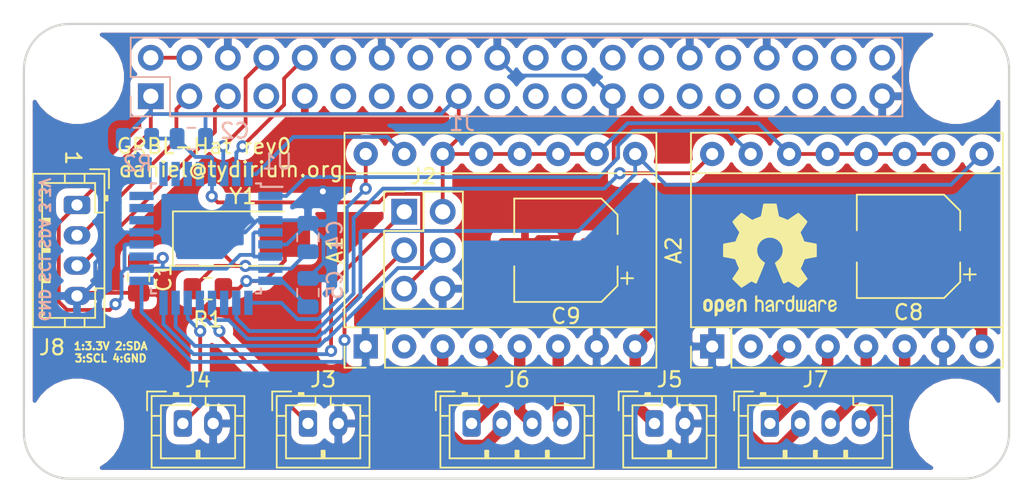
<source format=kicad_pcb>
(kicad_pcb (version 20171130) (host pcbnew "(5.1.5-0-10_14)")
  (title_block (title "Raspberry Pi Zero (W) uHAT Template Board") (date 2019-02-28) (rev 1.0) (comment 1 "This PCB design is licensed under MIT Open Source License."))
  (layers (0 F.Cu signal) (31 B.Cu signal) (34 B.Paste user) (35 F.Paste user hide) (36 B.SilkS user) (37 F.SilkS user) (38 B.Mask user) (39 F.Mask user) (44 Edge.Cuts user))
  (net 0 "")
  (net 1 +3V3)
  (net 2 +5V)
  (net 3 GND)
  (net 4 /GPIO4_GPIO_GCLK)
  (net 5 /GPIO17_GEN0)
  (net 6 /GPIO18_GEN1)
  (net 7 /GPIO27_GEN2)
  (net 8 /GPIO22_GEN3)
  (net 9 /GPIO23_GEN4)
  (net 10 /GPIO24_GEN5)
  (net 11 /GPIO10_SPI_MOSI)
  (net 12 /GPIO9_SPI_MISO)
  (net 13 /GPIO25_GEN6)
  (net 14 /GPIO11_SPI_SCLK)
  (net 15 /GPIO8_SPI_CE0_N)
  (net 16 /GPIO7_SPI_CE1_N)
  (net 17 /ID_SD)
  (net 18 /ID_SC)
  (net 19 /GPIO5)
  (net 20 /GPIO6)
  (net 21 /GPIO12)
  (net 22 /GPIO13)
  (net 23 /GPIO19)
  (net 24 /GPIO16)
  (net 25 /GPIO26)
  (net 26 /GPIO20)
  (net 27 /GPIO21)
  (net 28 DIRX)
  (net 29 "Net-(A1-Pad8)")
  (net 30 STEPX)
  (net 31 "Net-(A1-Pad6)")
  (net 32 "Net-(A1-Pad5)")
  (net 33 "Net-(A1-Pad4)")
  (net 34 "Net-(A1-Pad3)")
  (net 35 "Net-(A1-Pad2)")
  (net 36 EN)
  (net 37 "Net-(A2-Pad2)")
  (net 38 "Net-(A2-Pad3)")
  (net 39 "Net-(A2-Pad4)")
  (net 40 "Net-(A2-Pad5)")
  (net 41 "Net-(A2-Pad6)")
  (net 42 STEPY)
  (net 43 DIRY)
  (net 44 RESET)
  (net 45 "Net-(C4-Pad2)")
  (net 46 "Net-(C5-Pad2)")
  (net 47 RXD)
  (net 48 TXD)
  (net 49 MISO)
  (net 50 SCK)
  (net 51 MOSI)
  (net 52 LIMITX)
  (net 53 LIMITY)
  (net 54 "Net-(U1-Pad2)")
  (net 55 "Net-(U1-Pad11)")
  (net 56 "Net-(U1-Pad19)")
  (net 57 "Net-(U1-Pad22)")
  (net 58 "Net-(U1-Pad23)")
  (net 59 "Net-(U1-Pad24)")
  (net 60 "Net-(U1-Pad25)")
  (net 61 "Net-(U1-Pad26)")
  (net 62 "Net-(U1-Pad27)")
  (net 63 "Net-(U1-Pad28)")
  (net 64 SDA)
  (net 65 SCL)
  (module Symbol:OSHW-Logo2_9.8x8mm_SilkScreen (layer F.Cu) (at 166.752 106.633)
    (fp_text reference REF** hide)
    (fp_text value OSHW-Logo2_9.8x8mm_SilkScreen hide)
  )
  (module Capacitor_SMD:CP_Elec_6.3x7.7 (layer F.Cu) (at 153.29 105.998 180)
    (fp_text reference C9 (at 0 -4.35) (layer F.SilkS))
    (fp_text value 100u)
    (pad 1 smd roundrect (at -2.7 0 180) (size 3.5 1.6) (layers F.Cu F.Paste F.Mask) (roundrect_rratio 0.15625) (net 29 "Net-(A1-Pad8)"))
    (pad 2 smd roundrect (at 2.7 0 180) (size 3.5 1.6) (layers F.Cu F.Paste F.Mask) (roundrect_rratio 0.15625) (net 3 GND))
  )
  (module Module:Pololu_Breakout-16_15.2x20.3mm (layer F.Cu) (at 140.082 112.348 90)
    (fp_text reference A1 (at 6.35 -2.032 90) (layer F.SilkS))
    (fp_text value X-axis)
    (pad 16 thru_hole oval (at 12.7 0 90) (size 1.6 1.6) (drill 0.8) (layers *.Cu *.Mask) (net 28 DIRX))
    (pad 8 thru_hole oval (at 0 17.78 90) (size 1.6 1.6) (drill 0.8) (layers *.Cu *.Mask) (net 29 "Net-(A1-Pad8)"))
    (pad 15 thru_hole oval (at 12.7 2.54 90) (size 1.6 1.6) (drill 0.8) (layers *.Cu *.Mask) (net 30 STEPX))
    (pad 7 thru_hole oval (at 0 15.24 90) (size 1.6 1.6) (drill 0.8) (layers *.Cu *.Mask) (net 3 GND))
    (pad 14 thru_hole oval (at 12.7 5.08 90) (size 1.6 1.6) (drill 0.8) (layers *.Cu *.Mask) (net 1 +3V3))
    (pad 6 thru_hole oval (at 0 12.7 90) (size 1.6 1.6) (drill 0.8) (layers *.Cu *.Mask) (net 31 "Net-(A1-Pad6)"))
    (pad 13 thru_hole oval (at 12.7 7.62 90) (size 1.6 1.6) (drill 0.8) (layers *.Cu *.Mask) (net 1 +3V3))
    (pad 5 thru_hole oval (at 0 10.16 90) (size 1.6 1.6) (drill 0.8) (layers *.Cu *.Mask) (net 32 "Net-(A1-Pad5)"))
    (pad 12 thru_hole oval (at 12.7 10.16 90) (size 1.6 1.6) (drill 0.8) (layers *.Cu *.Mask) (net 1 +3V3))
    (pad 4 thru_hole oval (at 0 7.62 90) (size 1.6 1.6) (drill 0.8) (layers *.Cu *.Mask) (net 33 "Net-(A1-Pad4)"))
    (pad 11 thru_hole oval (at 12.7 12.7 90) (size 1.6 1.6) (drill 0.8) (layers *.Cu *.Mask) (net 1 +3V3))
    (pad 3 thru_hole oval (at 0 5.08 90) (size 1.6 1.6) (drill 0.8) (layers *.Cu *.Mask) (net 34 "Net-(A1-Pad3)"))
    (pad 10 thru_hole oval (at 12.7 15.24 90) (size 1.6 1.6) (drill 0.8) (layers *.Cu *.Mask) (net 1 +3V3))
    (pad 2 thru_hole oval (at 0 2.54 90) (size 1.6 1.6) (drill 0.8) (layers *.Cu *.Mask) (net 35 "Net-(A1-Pad2)"))
    (pad 9 thru_hole oval (at 12.7 17.78 90) (size 1.6 1.6) (drill 0.8) (layers *.Cu *.Mask) (net 36 EN))
    (pad 1 thru_hole rect (at 0 0 90) (size 1.6 1.6) (drill 0.8) (layers *.Cu *.Mask) (net 3 GND))
  )
  (module Connector_PinHeader_2.54mm:PinHeader_2x03_P2.54mm_Vertical (layer F.Cu) (at 142.622 103.458)
    (fp_text reference J2 (at 1.27 -2.33) (layer F.SilkS))
    (fp_text value ISP)
    (pad 1 thru_hole rect (at 0 0) (size 1.7 1.7) (drill 1) (layers *.Cu *.Mask) (net 49 MISO))
    (pad 2 thru_hole oval (at 2.54 0) (size 1.7 1.7) (drill 1) (layers *.Cu *.Mask) (net 1 +3V3))
    (pad 3 thru_hole oval (at 0 2.54) (size 1.7 1.7) (drill 1) (layers *.Cu *.Mask) (net 50 SCK))
    (pad 4 thru_hole oval (at 2.54 2.54) (size 1.7 1.7) (drill 1) (layers *.Cu *.Mask) (net 51 MOSI))
    (pad 5 thru_hole oval (at 0 5.08) (size 1.7 1.7) (drill 1) (layers *.Cu *.Mask) (net 44 RESET))
    (pad 6 thru_hole oval (at 2.54 5.08) (size 1.7 1.7) (drill 1) (layers *.Cu *.Mask) (net 3 GND))
  )
  (module Module:Pololu_Breakout-16_15.2x20.3mm (layer F.Cu) (at 162.942 112.348 90)
    (fp_text reference A2 (at 6.35 -2.54 90) (layer F.SilkS))
    (fp_text value Y-axis)
    (pad 1 thru_hole rect (at 0 0 90) (size 1.6 1.6) (drill 0.8) (layers *.Cu *.Mask) (net 3 GND))
    (pad 9 thru_hole oval (at 12.7 17.78 90) (size 1.6 1.6) (drill 0.8) (layers *.Cu *.Mask) (net 36 EN))
    (pad 2 thru_hole oval (at 0 2.54 90) (size 1.6 1.6) (drill 0.8) (layers *.Cu *.Mask) (net 37 "Net-(A2-Pad2)"))
    (pad 10 thru_hole oval (at 12.7 15.24 90) (size 1.6 1.6) (drill 0.8) (layers *.Cu *.Mask) (net 1 +3V3))
    (pad 3 thru_hole oval (at 0 5.08 90) (size 1.6 1.6) (drill 0.8) (layers *.Cu *.Mask) (net 38 "Net-(A2-Pad3)"))
    (pad 11 thru_hole oval (at 12.7 12.7 90) (size 1.6 1.6) (drill 0.8) (layers *.Cu *.Mask) (net 1 +3V3))
    (pad 4 thru_hole oval (at 0 7.62 90) (size 1.6 1.6) (drill 0.8) (layers *.Cu *.Mask) (net 39 "Net-(A2-Pad4)"))
    (pad 12 thru_hole oval (at 12.7 10.16 90) (size 1.6 1.6) (drill 0.8) (layers *.Cu *.Mask) (net 1 +3V3))
    (pad 5 thru_hole oval (at 0 10.16 90) (size 1.6 1.6) (drill 0.8) (layers *.Cu *.Mask) (net 40 "Net-(A2-Pad5)"))
    (pad 13 thru_hole oval (at 12.7 7.62 90) (size 1.6 1.6) (drill 0.8) (layers *.Cu *.Mask) (net 1 +3V3))
    (pad 6 thru_hole oval (at 0 12.7 90) (size 1.6 1.6) (drill 0.8) (layers *.Cu *.Mask) (net 41 "Net-(A2-Pad6)"))
    (pad 14 thru_hole oval (at 12.7 5.08 90) (size 1.6 1.6) (drill 0.8) (layers *.Cu *.Mask) (net 1 +3V3))
    (pad 7 thru_hole oval (at 0 15.24 90) (size 1.6 1.6) (drill 0.8) (layers *.Cu *.Mask) (net 3 GND))
    (pad 15 thru_hole oval (at 12.7 2.54 90) (size 1.6 1.6) (drill 0.8) (layers *.Cu *.Mask) (net 42 STEPY))
    (pad 8 thru_hole oval (at 0 17.78 90) (size 1.6 1.6) (drill 0.8) (layers *.Cu *.Mask) (net 29 "Net-(A1-Pad8)"))
    (pad 16 thru_hole oval (at 12.7 0 90) (size 1.6 1.6) (drill 0.8) (layers *.Cu *.Mask) (net 43 DIRY))
  )
  (module Connector_JST:JST_PH_B4B-PH-K_1x04_P2.00mm_Vertical (layer F.Cu) (at 147.067 117.428)
    (fp_text reference J6 (at 3 -2.9) (layer F.SilkS))
    (fp_text value MOTOR_X)
    (pad 4 thru_hole oval (at 6 0) (size 1.2 1.75) (drill 0.75) (layers *.Cu *.Mask) (net 31 "Net-(A1-Pad6)"))
    (pad 3 thru_hole oval (at 4 0) (size 1.2 1.75) (drill 0.75) (layers *.Cu *.Mask) (net 32 "Net-(A1-Pad5)"))
    (pad 2 thru_hole oval (at 2 0) (size 1.2 1.75) (drill 0.75) (layers *.Cu *.Mask) (net 34 "Net-(A1-Pad3)"))
    (pad 1 thru_hole roundrect (at 0 0) (size 1.2 1.75) (drill 0.75) (layers *.Cu *.Mask) (roundrect_rratio 0.208333) (net 33 "Net-(A1-Pad4)"))
  )
  (module lib:PinSocket_2x20_P2.54mm_Vertical_Centered_Anchor (layer B.Cu) (at 125.902 95.838 270)
    (fp_text reference J1 (at 1.778 -20.53) (layer B.SilkS) (effects (justify mirror)))
    (fp_text value GPIO_CONNECTOR)
    (pad 1 thru_hole rect (at 0 0 270) (size 1.7 1.7) (drill 1) (layers *.Cu *.Mask) (net 1 +3V3))
    (pad 2 thru_hole oval (at -2.54 0 270) (size 1.7 1.7) (drill 1) (layers *.Cu *.Mask) (net 2 +5V))
    (pad 3 thru_hole oval (at 0 -2.54 270) (size 1.7 1.7) (drill 1) (layers *.Cu *.Mask) (net 64 SDA))
    (pad 4 thru_hole oval (at -2.54 -2.54 270) (size 1.7 1.7) (drill 1) (layers *.Cu *.Mask) (net 2 +5V))
    (pad 5 thru_hole oval (at 0 -5.08 270) (size 1.7 1.7) (drill 1) (layers *.Cu *.Mask) (net 65 SCL))
    (pad 6 thru_hole oval (at -2.54 -5.08 270) (size 1.7 1.7) (drill 1) (layers *.Cu *.Mask) (net 3 GND))
    (pad 7 thru_hole oval (at 0 -7.62 270) (size 1.7 1.7) (drill 1) (layers *.Cu *.Mask) (net 4 /GPIO4_GPIO_GCLK))
    (pad 8 thru_hole oval (at -2.54 -7.62 270) (size 1.7 1.7) (drill 1) (layers *.Cu *.Mask) (net 47 RXD))
    (pad 9 thru_hole oval (at 0 -10.16 270) (size 1.7 1.7) (drill 1) (layers *.Cu *.Mask) (net 3 GND))
    (pad 10 thru_hole oval (at -2.54 -10.16 270) (size 1.7 1.7) (drill 1) (layers *.Cu *.Mask) (net 48 TXD))
    (pad 11 thru_hole oval (at 0 -12.7 270) (size 1.7 1.7) (drill 1) (layers *.Cu *.Mask) (net 5 /GPIO17_GEN0))
    (pad 12 thru_hole oval (at -2.54 -12.7 270) (size 1.7 1.7) (drill 1) (layers *.Cu *.Mask) (net 6 /GPIO18_GEN1))
    (pad 13 thru_hole oval (at 0 -15.24 270) (size 1.7 1.7) (drill 1) (layers *.Cu *.Mask) (net 7 /GPIO27_GEN2))
    (pad 14 thru_hole oval (at -2.54 -15.24 270) (size 1.7 1.7) (drill 1) (layers *.Cu *.Mask) (net 3 GND))
    (pad 15 thru_hole oval (at 0 -17.78 270) (size 1.7 1.7) (drill 1) (layers *.Cu *.Mask) (net 8 /GPIO22_GEN3))
    (pad 16 thru_hole oval (at -2.54 -17.78 270) (size 1.7 1.7) (drill 1) (layers *.Cu *.Mask) (net 9 /GPIO23_GEN4))
    (pad 17 thru_hole oval (at 0 -20.32 270) (size 1.7 1.7) (drill 1) (layers *.Cu *.Mask) (net 1 +3V3))
    (pad 18 thru_hole oval (at -2.54 -20.32 270) (size 1.7 1.7) (drill 1) (layers *.Cu *.Mask) (net 10 /GPIO24_GEN5))
    (pad 19 thru_hole oval (at 0 -22.86 270) (size 1.7 1.7) (drill 1) (layers *.Cu *.Mask) (net 11 /GPIO10_SPI_MOSI))
    (pad 20 thru_hole oval (at -2.54 -22.86 270) (size 1.7 1.7) (drill 1) (layers *.Cu *.Mask) (net 3 GND))
    (pad 21 thru_hole oval (at 0 -25.4 270) (size 1.7 1.7) (drill 1) (layers *.Cu *.Mask) (net 12 /GPIO9_SPI_MISO))
    (pad 22 thru_hole oval (at -2.54 -25.4 270) (size 1.7 1.7) (drill 1) (layers *.Cu *.Mask) (net 13 /GPIO25_GEN6))
    (pad 23 thru_hole oval (at 0 -27.94 270) (size 1.7 1.7) (drill 1) (layers *.Cu *.Mask) (net 14 /GPIO11_SPI_SCLK))
    (pad 24 thru_hole oval (at -2.54 -27.94 270) (size 1.7 1.7) (drill 1) (layers *.Cu *.Mask) (net 15 /GPIO8_SPI_CE0_N))
    (pad 25 thru_hole oval (at 0 -30.48 270) (size 1.7 1.7) (drill 1) (layers *.Cu *.Mask) (net 3 GND))
    (pad 26 thru_hole oval (at -2.54 -30.48 270) (size 1.7 1.7) (drill 1) (layers *.Cu *.Mask) (net 16 /GPIO7_SPI_CE1_N))
    (pad 27 thru_hole oval (at 0 -33.02 270) (size 1.7 1.7) (drill 1) (layers *.Cu *.Mask) (net 17 /ID_SD))
    (pad 28 thru_hole oval (at -2.54 -33.02 270) (size 1.7 1.7) (drill 1) (layers *.Cu *.Mask) (net 18 /ID_SC))
    (pad 29 thru_hole oval (at 0 -35.56 270) (size 1.7 1.7) (drill 1) (layers *.Cu *.Mask) (net 19 /GPIO5))
    (pad 30 thru_hole oval (at -2.54 -35.56 270) (size 1.7 1.7) (drill 1) (layers *.Cu *.Mask) (net 3 GND))
    (pad 31 thru_hole oval (at 0 -38.1 270) (size 1.7 1.7) (drill 1) (layers *.Cu *.Mask) (net 20 /GPIO6))
    (pad 32 thru_hole oval (at -2.54 -38.1 270) (size 1.7 1.7) (drill 1) (layers *.Cu *.Mask) (net 21 /GPIO12))
    (pad 33 thru_hole oval (at 0 -40.64 270) (size 1.7 1.7) (drill 1) (layers *.Cu *.Mask) (net 22 /GPIO13))
    (pad 34 thru_hole oval (at -2.54 -40.64 270) (size 1.7 1.7) (drill 1) (layers *.Cu *.Mask) (net 3 GND))
    (pad 35 thru_hole oval (at 0 -43.18 270) (size 1.7 1.7) (drill 1) (layers *.Cu *.Mask) (net 23 /GPIO19))
    (pad 36 thru_hole oval (at -2.54 -43.18 270) (size 1.7 1.7) (drill 1) (layers *.Cu *.Mask) (net 24 /GPIO16))
    (pad 37 thru_hole oval (at 0 -45.72 270) (size 1.7 1.7) (drill 1) (layers *.Cu *.Mask) (net 25 /GPIO26))
    (pad 38 thru_hole oval (at -2.54 -45.72 270) (size 1.7 1.7) (drill 1) (layers *.Cu *.Mask) (net 26 /GPIO20))
    (pad 39 thru_hole oval (at 0 -48.26 270) (size 1.7 1.7) (drill 1) (layers *.Cu *.Mask) (net 3 GND))
    (pad 40 thru_hole oval (at -2.54 -48.26 270) (size 1.7 1.7) (drill 1) (layers *.Cu *.Mask) (net 27 /GPIO21))
  )
  (module lib:MountingHole_2.7mm_M2.5_uHAT_RPi (layer F.Cu) (at 121.032 94.568)
    (fp_text reference H1 hide)
    (fp_text value MountingHole hide)
    (pad "" np_thru_hole circle (at 0 0) (size 2.7 2.7) (drill 2.7) (layers *.Cu *.Mask) (clearance 1.75))
  )
  (module lib:MountingHole_2.7mm_M2.5_uHAT_RPi (layer F.Cu) (at 179.032 94.568)
    (fp_text reference H2 hide)
    (fp_text value MountingHole hide)
    (pad "" np_thru_hole circle (at 0 0) (size 2.7 2.7) (drill 2.7) (layers *.Cu *.Mask) (clearance 1.75))
  )
  (module lib:MountingHole_2.7mm_M2.5_uHAT_RPi (layer F.Cu) (at 179.032 117.568)
    (fp_text reference H3 hide)
    (fp_text value MountingHole hide)
    (pad "" np_thru_hole circle (at 0 0) (size 2.7 2.7) (drill 2.7) (layers *.Cu *.Mask) (clearance 1.75))
  )
  (module lib:MountingHole_2.7mm_M2.5_uHAT_RPi (layer F.Cu) (at 121.032 117.568)
    (fp_text reference H4 hide)
    (fp_text value MountingHole hide)
    (pad "" np_thru_hole circle (at 0 0) (size 2.7 2.7) (drill 2.7) (layers *.Cu *.Mask) (clearance 1.75))
  )
  (module Capacitor_SMD:C_0805_2012Metric (layer B.Cu) (at 128.5735 98.632 180)
    (fp_text reference C2 (at -2.8725 0.508) (layer B.SilkS) (effects (justify mirror)))
    (fp_text value 100n)
    (pad 2 smd roundrect (at 0.9375 0 180) (size 0.975 1.4) (layers B.Cu B.Paste B.Mask) (net 44 RESET))
    (pad 1 smd roundrect (at -0.9375 0 180) (size 0.975 1.4) (layers B.Cu B.Paste B.Mask) (net 1 +3V3))
  )
  (module Capacitor_SMD:C_0805_2012Metric (layer B.Cu) (at 136.272 105.1575 270)
    (fp_text reference C4 (at -0.1755 -1.778 90) (layer B.SilkS) (effects (justify mirror)))
    (fp_text value 33p)
    (pad 1 smd roundrect (at -0.9375 0 270) (size 0.975 1.4) (layers B.Cu B.Paste B.Mask) (net 3 GND))
    (pad 2 smd roundrect (at 0.9375 0 270) (size 0.975 1.4) (layers B.Cu B.Paste B.Mask) (net 45 "Net-(C4-Pad2)"))
  )
  (module Capacitor_SMD:C_0805_2012Metric (layer B.Cu) (at 136.272 108.792 270)
    (fp_text reference C5 (at -0.508 -1.778 270) (layer B.SilkS) (effects (justify mirror)))
    (fp_text value 33p)
    (pad 2 smd roundrect (at 0.9375 0 270) (size 0.975 1.4) (layers B.Cu B.Paste B.Mask) (net 46 "Net-(C5-Pad2)"))
    (pad 1 smd roundrect (at -0.9375 0 270) (size 0.975 1.4) (layers B.Cu B.Paste B.Mask) (net 3 GND))
  )
  (module Capacitor_SMD:CP_Elec_6.3x7.7 (layer F.Cu) (at 175.896 105.744 180)
    (fp_text reference C8 (at 0 -4.35) (layer F.SilkS))
    (fp_text value 100u)
    (pad 1 smd roundrect (at -2.7 0 180) (size 3.5 1.6) (layers F.Cu F.Paste F.Mask) (roundrect_rratio 0.15625) (net 29 "Net-(A1-Pad8)"))
    (pad 2 smd roundrect (at 2.7 0 180) (size 3.5 1.6) (layers F.Cu F.Paste F.Mask) (roundrect_rratio 0.15625) (net 3 GND))
  )
  (module Connector_JST:JST_PH_B2B-PH-K_1x02_P2.00mm_Vertical (layer F.Cu) (at 136.272 117.428)
    (fp_text reference J3 (at 1 -2.9) (layer F.SilkS))
    (fp_text value LIMIT_X)
    (pad 2 thru_hole oval (at 2 0) (size 1.2 1.75) (drill 0.75) (layers *.Cu *.Mask) (net 3 GND))
    (pad 1 thru_hole roundrect (at 0 0) (size 1.2 1.75) (drill 0.75) (layers *.Cu *.Mask) (roundrect_rratio 0.208333) (net 52 LIMITX))
  )
  (module Connector_JST:JST_PH_B2B-PH-K_1x02_P2.00mm_Vertical (layer F.Cu) (at 128.017 117.428)
    (fp_text reference J4 (at 1 -2.9) (layer F.SilkS))
    (fp_text value LIMIT_Y)
    (pad 1 thru_hole roundrect (at 0 0) (size 1.2 1.75) (drill 0.75) (layers *.Cu *.Mask) (roundrect_rratio 0.208333) (net 53 LIMITY))
    (pad 2 thru_hole oval (at 2 0) (size 1.2 1.75) (drill 0.75) (layers *.Cu *.Mask) (net 3 GND))
  )
  (module Connector_JST:JST_PH_B2B-PH-K_1x02_P2.00mm_Vertical (layer F.Cu) (at 159.132 117.428)
    (fp_text reference J5 (at 1 -2.9) (layer F.SilkS))
    (fp_text value VMOT)
    (pad 1 thru_hole roundrect (at 0 0) (size 1.2 1.75) (drill 0.75) (layers *.Cu *.Mask) (roundrect_rratio 0.208333) (net 29 "Net-(A1-Pad8)"))
    (pad 2 thru_hole oval (at 2 0) (size 1.2 1.75) (drill 0.75) (layers *.Cu *.Mask) (net 3 GND))
  )
  (module Connector_JST:JST_PH_B4B-PH-K_1x04_P2.00mm_Vertical (layer F.Cu) (at 166.752 117.428)
    (fp_text reference J7 (at 3 -2.9) (layer F.SilkS))
    (fp_text value MOTOR_Y)
    (pad 1 thru_hole roundrect (at 0 0) (size 1.2 1.75) (drill 0.75) (layers *.Cu *.Mask) (roundrect_rratio 0.208333) (net 39 "Net-(A2-Pad4)"))
    (pad 2 thru_hole oval (at 2 0) (size 1.2 1.75) (drill 0.75) (layers *.Cu *.Mask) (net 38 "Net-(A2-Pad3)"))
    (pad 3 thru_hole oval (at 4 0) (size 1.2 1.75) (drill 0.75) (layers *.Cu *.Mask) (net 40 "Net-(A2-Pad5)"))
    (pad 4 thru_hole oval (at 6 0) (size 1.2 1.75) (drill 0.75) (layers *.Cu *.Mask) (net 41 "Net-(A2-Pad6)"))
  )
  (module Resistor_SMD:R_0805_2012Metric (layer B.Cu) (at 125.0175 98.632)
    (fp_text reference R2 (at 0 1.65) (layer B.SilkS) (effects (justify mirror)))
    (fp_text value 10K)
    (pad 1 smd roundrect (at -0.9375 0) (size 0.975 1.4) (layers B.Cu B.Paste B.Mask) (net 1 +3V3))
    (pad 2 smd roundrect (at 0.9375 0) (size 0.975 1.4) (layers B.Cu B.Paste B.Mask) (net 44 RESET))
  )
  (module Package_QFP:TQFP-32_7x7mm_P0.8mm (layer B.Cu) (at 129.541 105.217 180)
    (fp_text reference U1 (at -4.699 5.061 180) (layer B.SilkS) (effects (justify mirror)))
    (fp_text value ATmega328P-AU)
    (pad 1 smd rect (at -4.25 2.8 180) (size 1.6 0.55) (layers B.Cu B.Paste B.Mask) (net 42 STEPY))
    (pad 2 smd rect (at -4.25 2 180) (size 1.6 0.55) (layers B.Cu B.Paste B.Mask) (net 54 "Net-(U1-Pad2)"))
    (pad 3 smd rect (at -4.25 1.2 180) (size 1.6 0.55) (layers B.Cu B.Paste B.Mask) (net 3 GND))
    (pad 4 smd rect (at -4.25 0.4 180) (size 1.6 0.55) (layers B.Cu B.Paste B.Mask) (net 1 +3V3))
    (pad 5 smd rect (at -4.25 -0.4 180) (size 1.6 0.55) (layers B.Cu B.Paste B.Mask) (net 3 GND))
    (pad 6 smd rect (at -4.25 -1.2 180) (size 1.6 0.55) (layers B.Cu B.Paste B.Mask) (net 1 +3V3))
    (pad 7 smd rect (at -4.25 -2 180) (size 1.6 0.55) (layers B.Cu B.Paste B.Mask) (net 45 "Net-(C4-Pad2)"))
    (pad 8 smd rect (at -4.25 -2.8 180) (size 1.6 0.55) (layers B.Cu B.Paste B.Mask) (net 46 "Net-(C5-Pad2)"))
    (pad 9 smd rect (at -2.8 -4.25 90) (size 1.6 0.55) (layers B.Cu B.Paste B.Mask) (net 28 DIRX))
    (pad 10 smd rect (at -2 -4.25 90) (size 1.6 0.55) (layers B.Cu B.Paste B.Mask) (net 43 DIRY))
    (pad 11 smd rect (at -1.2 -4.25 90) (size 1.6 0.55) (layers B.Cu B.Paste B.Mask) (net 55 "Net-(U1-Pad11)"))
    (pad 12 smd rect (at -0.4 -4.25 90) (size 1.6 0.55) (layers B.Cu B.Paste B.Mask) (net 36 EN))
    (pad 13 smd rect (at 0.4 -4.25 90) (size 1.6 0.55) (layers B.Cu B.Paste B.Mask) (net 52 LIMITX))
    (pad 14 smd rect (at 1.2 -4.25 90) (size 1.6 0.55) (layers B.Cu B.Paste B.Mask) (net 53 LIMITY))
    (pad 15 smd rect (at 2 -4.25 90) (size 1.6 0.55) (layers B.Cu B.Paste B.Mask) (net 51 MOSI))
    (pad 16 smd rect (at 2.8 -4.25 90) (size 1.6 0.55) (layers B.Cu B.Paste B.Mask) (net 49 MISO))
    (pad 17 smd rect (at 4.25 -2.8 180) (size 1.6 0.55) (layers B.Cu B.Paste B.Mask) (net 50 SCK))
    (pad 18 smd rect (at 4.25 -2 180) (size 1.6 0.55) (layers B.Cu B.Paste B.Mask) (net 1 +3V3))
    (pad 19 smd rect (at 4.25 -1.2 180) (size 1.6 0.55) (layers B.Cu B.Paste B.Mask) (net 56 "Net-(U1-Pad19)"))
    (pad 20 smd rect (at 4.25 -0.4 180) (size 1.6 0.55) (layers B.Cu B.Paste B.Mask) (net 1 +3V3))
    (pad 21 smd rect (at 4.25 0.4 180) (size 1.6 0.55) (layers B.Cu B.Paste B.Mask) (net 3 GND))
    (pad 22 smd rect (at 4.25 1.2 180) (size 1.6 0.55) (layers B.Cu B.Paste B.Mask) (net 57 "Net-(U1-Pad22)"))
    (pad 23 smd rect (at 4.25 2 180) (size 1.6 0.55) (layers B.Cu B.Paste B.Mask) (net 58 "Net-(U1-Pad23)"))
    (pad 24 smd rect (at 4.25 2.8 180) (size 1.6 0.55) (layers B.Cu B.Paste B.Mask) (net 59 "Net-(U1-Pad24)"))
    (pad 25 smd rect (at 2.8 4.25 90) (size 1.6 0.55) (layers B.Cu B.Paste B.Mask) (net 60 "Net-(U1-Pad25)"))
    (pad 26 smd rect (at 2 4.25 90) (size 1.6 0.55) (layers B.Cu B.Paste B.Mask) (net 61 "Net-(U1-Pad26)"))
    (pad 27 smd rect (at 1.2 4.25 90) (size 1.6 0.55) (layers B.Cu B.Paste B.Mask) (net 62 "Net-(U1-Pad27)"))
    (pad 28 smd rect (at 0.4 4.25 90) (size 1.6 0.55) (layers B.Cu B.Paste B.Mask) (net 63 "Net-(U1-Pad28)"))
    (pad 29 smd rect (at -0.4 4.25 90) (size 1.6 0.55) (layers B.Cu B.Paste B.Mask) (net 44 RESET))
    (pad 30 smd rect (at -1.2 4.25 90) (size 1.6 0.55) (layers B.Cu B.Paste B.Mask) (net 47 RXD))
    (pad 31 smd rect (at -2 4.25 90) (size 1.6 0.55) (layers B.Cu B.Paste B.Mask) (net 48 TXD))
    (pad 32 smd rect (at -2.8 4.25 90) (size 1.6 0.55) (layers B.Cu B.Paste B.Mask) (net 30 STEPX))
  )
  (module Connector_JST:JST_PH_B4B-PH-K_1x04_P2.00mm_Vertical (layer F.Cu) (at 121.032 103.014 270)
    (fp_text reference J8 (at 9.3975 1.651 180) (layer F.SilkS))
    (fp_text value I2C)
    (pad 1 thru_hole roundrect (at 0 0 270) (size 1.2 1.75) (drill 0.75) (layers *.Cu *.Mask) (roundrect_rratio 0.208333) (net 1 +3V3))
    (pad 2 thru_hole oval (at 2 0 270) (size 1.2 1.75) (drill 0.75) (layers *.Cu *.Mask) (net 64 SDA))
    (pad 3 thru_hole oval (at 4 0 270) (size 1.2 1.75) (drill 0.75) (layers *.Cu *.Mask) (net 65 SCL))
    (pad 4 thru_hole oval (at 6 0 270) (size 1.2 1.75) (drill 0.75) (layers *.Cu *.Mask) (net 3 GND))
  )
  (module Crystal:Crystal_SMD_Abracon_ABM3-2Pin_5.0x3.2mm_HandSoldering (layer F.Cu) (at 131.9855 105.236)
    (fp_text reference Y1 (at 0 -2.8) (layer F.SilkS))
    (fp_text value 16MHz)
    (pad 1 smd rect (at -2.7625 0) (size 3.325 2.4) (layers F.Cu F.Paste F.Mask) (net 45 "Net-(C4-Pad2)"))
    (pad 2 smd rect (at 2.7625 0) (size 3.325 2.4) (layers F.Cu F.Paste F.Mask) (net 46 "Net-(C5-Pad2)"))
  )
  (module Capacitor_SMD:C_0805_2012Metric_Pad1.15x1.40mm_HandSolder (layer F.Cu) (at 125.096 107.785 270)
    (fp_text reference C1 (at 0 -1.65 90) (layer F.SilkS))
    (fp_text value 100n)
    (pad 1 smd roundrect (at -1.025 0 270) (size 1.15 1.4) (layers F.Cu F.Paste F.Mask) (roundrect_rratio 0.217391) (net 1 +3V3))
    (pad 2 smd roundrect (at 1.025 0 270) (size 1.15 1.4) (layers F.Cu F.Paste F.Mask) (roundrect_rratio 0.217391) (net 3 GND))
  )
  (module Resistor_SMD:R_0805_2012Metric_Pad1.15x1.40mm_HandSolder (layer F.Cu) (at 129.668 108.538)
    (fp_text reference R1 (at 0 2.032) (layer F.SilkS))
    (fp_text value 1M)
    (pad 1 smd roundrect (at -1.025 0) (size 1.15 1.4) (layers F.Cu F.Paste F.Mask) (roundrect_rratio 0.217391) (net 45 "Net-(C4-Pad2)"))
    (pad 2 smd roundrect (at 1.025 0) (size 1.15 1.4) (layers F.Cu F.Paste F.Mask) (roundrect_rratio 0.217391) (net 46 "Net-(C5-Pad2)"))
  )
  (gr_text "1:3.3V 2:SDA\n3:SCL 4:GND" (at 123.2545 112.729) (layer F.SilkS) (effects (font (size 0.5 0.5) (thickness 0.125))))
  (gr_text 1 (at 120.778 99.902 -90) (layer F.SilkS) (effects (font (size 1 1))))
  (gr_text SCL (at 118.873 107.141 -90) (layer B.SilkS) (effects (font (size 0.7 0.7)) (justify mirror)))
  (gr_text SDA (at 118.873 104.9185 -90) (layer B.SilkS) (effects (font (size 0.7 0.7)) (justify mirror)))
  (gr_text GND (at 118.873 109.6175 -90) (layer B.SilkS) (effects (font (size 0.7 0.7)) (justify mirror)))
  (gr_text 3.3V (at 118.873 102.3785 -90) (layer B.SilkS) (effects (font (size 0.7 0.7)) (justify mirror)))
  (gr_text daniel@tydirium.org (at 131.192 100.664) (layer F.SilkS) (effects (font (size 1 1))))
  (gr_text "GRBL-Hat rev0" (at 129.414 99.14) (layer F.SilkS) (effects (font (size 1 1))))
  (gr_line (start 121.032 121.068) (end 120.532 121.068) (layer Edge.Cuts) (width 0.15))
  (gr_line (start 179.032 121.068) (end 179.532 121.068) (layer Edge.Cuts) (width 0.15))
  (gr_line (start 182.532 94.068) (end 182.532 118.068) (layer Edge.Cuts) (width 0.15))
  (gr_line (start 120.532 91.068) (end 179.532 91.068) (layer Edge.Cuts) (width 0.15))
  (gr_line (start 117.532 118.068) (end 117.532 94.068) (layer Edge.Cuts) (width 0.15))
  (gr_arc (start 120.532 94.068) (end 120.532 91.068) (angle -90) (layer Edge.Cuts) (width 0.15))
  (gr_arc (start 120.532 118.068) (end 117.532 118.068) (angle -90) (layer Edge.Cuts) (width 0.15))
  (gr_arc (start 179.532 118.068) (end 179.532 121.068) (angle -90) (layer Edge.Cuts) (width 0.15))
  (gr_arc (start 179.532 94.068) (end 182.532 94.068) (angle -90) (layer Edge.Cuts) (width 0.15))
  (gr_line (start 121.032 121.068) (end 179.032 121.068) (layer Edge.Cuts) (width 0.15))
  (segment (start 168.022 99.648) (end 170.562 99.648) (width 0.25) (layer F.Cu) (net 1))
  (segment (start 147.702 99.648) (end 145.162 99.648) (width 0.25) (layer F.Cu) (net 1))
  (segment (start 146.222 98.588) (end 146.222 95.838) (width 0.25) (layer F.Cu) (net 1))
  (segment (start 145.162 99.648) (end 146.222 98.588) (width 0.25) (layer F.Cu) (net 1))
  (segment (start 124.165999 105.692001) (end 124.241 105.617) (width 0.25) (layer B.Cu) (net 1))
  (segment (start 124.241 107.217) (end 124.165999 107.141999) (width 0.25) (layer B.Cu) (net 1))
  (segment (start 145.372001 96.687999) (end 146.222 95.838) (width 0.25) (layer B.Cu) (net 1))
  (segment (start 145.046999 97.013001) (end 145.372001 96.687999) (width 0.25) (layer B.Cu) (net 1))
  (segment (start 125.902 96.938) (end 125.977001 97.013001) (width 0.25) (layer B.Cu) (net 1))
  (segment (start 125.902 95.838) (end 125.902 96.938) (width 0.25) (layer B.Cu) (net 1))
  (segment (start 124.241 105.617) (end 125.291 105.617) (width 0.25) (layer B.Cu) (net 1))
  (segment (start 152.782 99.648) (end 155.322 99.648) (width 0.25) (layer F.Cu) (net 1))
  (segment (start 125.902 98.144) (end 121.032 103.014) (width 0.25) (layer F.Cu) (net 1))
  (segment (start 125.902 95.838) (end 125.902 98.144) (width 0.25) (layer F.Cu) (net 1))
  (segment (start 132.665999 106.341999) (end 132.665999 104.918409) (width 0.25) (layer B.Cu) (net 1))
  (segment (start 132.767408 104.817) (end 133.791 104.817) (width 0.25) (layer B.Cu) (net 1))
  (segment (start 132.665999 104.918409) (end 132.767408 104.817) (width 0.25) (layer B.Cu) (net 1))
  (segment (start 132.741 106.417) (end 132.665999 106.341999) (width 0.25) (layer B.Cu) (net 1))
  (segment (start 170.562 99.648) (end 173.102 99.648) (width 0.25) (layer F.Cu) (net 1))
  (segment (start 173.102 99.648) (end 175.642 99.648) (width 0.25) (layer F.Cu) (net 1))
  (segment (start 175.642 99.648) (end 178.182 99.648) (width 0.25) (layer F.Cu) (net 1))
  (segment (start 129.511 97.075002) (end 129.573001 97.013001) (width 0.25) (layer B.Cu) (net 1))
  (segment (start 129.573001 97.013001) (end 145.046999 97.013001) (width 0.25) (layer B.Cu) (net 1))
  (segment (start 129.511 98.632) (end 129.511 97.075002) (width 0.25) (layer B.Cu) (net 1))
  (segment (start 125.977001 97.013001) (end 129.573001 97.013001) (width 0.25) (layer B.Cu) (net 1))
  (segment (start 125.902 96.81) (end 125.902 95.838) (width 0.25) (layer B.Cu) (net 1))
  (segment (start 124.08 98.632) (end 125.902 96.81) (width 0.25) (layer B.Cu) (net 1))
  (segment (start 124.165999 107.141999) (end 124.165999 105.692001) (width 0.25) (layer B.Cu) (net 1))
  (segment (start 145.162 99.648) (end 145.162 103.458) (width 0.25) (layer F.Cu) (net 1))
  (segment (start 147.702 99.648) (end 150.242 99.648) (width 0.25) (layer F.Cu) (net 1))
  (segment (start 150.242 99.648) (end 152.782 99.648) (width 0.25) (layer F.Cu) (net 1))
  (segment (start 156.121999 98.848001) (end 155.322 99.648) (width 0.25) (layer B.Cu) (net 1))
  (segment (start 157.354 97.616) (end 156.121999 98.848001) (width 0.25) (layer B.Cu) (net 1))
  (segment (start 165.99 97.616) (end 157.354 97.616) (width 0.25) (layer B.Cu) (net 1))
  (segment (start 168.022 99.648) (end 165.99 97.616) (width 0.25) (layer B.Cu) (net 1))
  (segment (start 133.791 106.417) (end 132.741 106.417) (width 0.25) (layer B.Cu) (net 1))
  (segment (start 132.631131 106.307131) (end 131.794543 106.307131) (width 0.25) (layer B.Cu) (net 1))
  (segment (start 131.794543 106.307131) (end 130.884674 107.217) (width 0.25) (layer B.Cu) (net 1))
  (segment (start 132.741 106.417) (end 132.631131 106.307131) (width 0.25) (layer B.Cu) (net 1))
  (segment (start 126.341 107.217) (end 125.291 107.217) (width 0.25) (layer B.Cu) (net 1))
  (via (at 126.691002 106.506) (size 0.8) (drill 0.4) (layers F.Cu B.Cu) (net 1))
  (segment (start 126.437002 106.76) (end 126.691002 106.506) (width 0.25) (layer F.Cu) (net 1))
  (segment (start 125.096 106.76) (end 126.437002 106.76) (width 0.25) (layer F.Cu) (net 1))
  (segment (start 126.691002 107.071685) (end 126.545687 107.217) (width 0.25) (layer B.Cu) (net 1))
  (segment (start 126.691002 106.506) (end 126.691002 107.071685) (width 0.25) (layer B.Cu) (net 1))
  (segment (start 126.545687 107.217) (end 126.417 107.217) (width 0.25) (layer B.Cu) (net 1))
  (segment (start 126.417 107.217) (end 126.341 107.217) (width 0.25) (layer B.Cu) (net 1))
  (segment (start 130.884674 107.217) (end 126.417 107.217) (width 0.25) (layer B.Cu) (net 1))
  (via (at 123.572 109.554) (size 0.8) (drill 0.4) (layers F.Cu B.Cu) (net 1))
  (segment (start 123.18699 109.93901) (end 123.572 109.554) (width 0.25) (layer F.Cu) (net 1))
  (segment (start 120.373849 109.93901) (end 123.18699 109.93901) (width 0.25) (layer F.Cu) (net 1))
  (segment (start 119.83199 109.397151) (end 120.373849 109.93901) (width 0.25) (layer F.Cu) (net 1))
  (segment (start 119.83199 104.21401) (end 119.83199 109.397151) (width 0.25) (layer F.Cu) (net 1))
  (segment (start 121.032 103.014) (end 119.83199 104.21401) (width 0.25) (layer F.Cu) (net 1))
  (segment (start 123.971999 107.486001) (end 124.241 107.217) (width 0.25) (layer B.Cu) (net 1))
  (segment (start 124.241 107.217) (end 125.291 107.217) (width 0.25) (layer B.Cu) (net 1))
  (segment (start 123.971999 109.154001) (end 123.971999 107.486001) (width 0.25) (layer B.Cu) (net 1))
  (segment (start 123.572 109.554) (end 123.971999 109.154001) (width 0.25) (layer B.Cu) (net 1))
  (segment (start 125.902 93.298) (end 128.442 93.298) (width 0.25) (layer F.Cu) (net 2))
  (segment (start 136.018 95.882) (end 136.062 95.838) (width 0.25) (layer F.Cu) (net 3))
  (segment (start 149.611999 94.147999) (end 148.762 93.298) (width 0.25) (layer B.Cu) (net 3))
  (segment (start 149.937001 94.473001) (end 149.611999 94.147999) (width 0.25) (layer B.Cu) (net 3))
  (segment (start 155.017001 94.473001) (end 149.937001 94.473001) (width 0.25) (layer B.Cu) (net 3))
  (segment (start 156.382 95.838) (end 155.017001 94.473001) (width 0.25) (layer B.Cu) (net 3))
  (segment (start 132.930998 104.017) (end 133.791 104.017) (width 0.25) (layer B.Cu) (net 3))
  (segment (start 132.130998 104.817) (end 132.930998 104.017) (width 0.25) (layer B.Cu) (net 3))
  (segment (start 125.291 104.817) (end 132.130998 104.817) (width 0.25) (layer B.Cu) (net 3))
  (segment (start 136.069 104.017) (end 136.272 104.22) (width 0.25) (layer B.Cu) (net 3))
  (segment (start 133.791 104.017) (end 136.069 104.017) (width 0.25) (layer B.Cu) (net 3))
  (segment (start 134.875 105.617) (end 133.791 105.617) (width 0.25) (layer B.Cu) (net 3))
  (segment (start 136.272 104.22) (end 134.875 105.617) (width 0.25) (layer B.Cu) (net 3))
  (segment (start 136.828237 107.298263) (end 136.272 107.8545) (width 0.25) (layer B.Cu) (net 3))
  (segment (start 137.29701 105.24501) (end 137.29701 106.82949) (width 0.25) (layer B.Cu) (net 3))
  (segment (start 137.29701 106.82949) (end 136.828237 107.298263) (width 0.25) (layer B.Cu) (net 3))
  (segment (start 136.272 104.22) (end 137.29701 105.24501) (width 0.25) (layer B.Cu) (net 3))
  (segment (start 125.291 104.817) (end 124.241 104.817) (width 0.25) (layer B.Cu) (net 3))
  (segment (start 124.241 104.817) (end 122.23201 106.82599) (width 0.25) (layer B.Cu) (net 3))
  (segment (start 122.23201 108.08899) (end 121.307 109.014) (width 0.25) (layer B.Cu) (net 3))
  (segment (start 122.23201 106.82599) (end 122.23201 108.08899) (width 0.25) (layer B.Cu) (net 3))
  (segment (start 121.307 109.014) (end 121.032 109.014) (width 0.25) (layer B.Cu) (net 3))
  (segment (start 155.93871 100.696292) (end 155.93871 102.17329) (width 0.25) (layer F.Cu) (net 3))
  (segment (start 156.447001 97.105082) (end 156.447001 100.188001) (width 0.25) (layer F.Cu) (net 3))
  (segment (start 156.447001 100.188001) (end 155.93871 100.696292) (width 0.25) (layer F.Cu) (net 3))
  (segment (start 156.382 97.040081) (end 156.447001 97.105082) (width 0.25) (layer F.Cu) (net 3))
  (segment (start 156.382 95.838) (end 156.382 97.040081) (width 0.25) (layer F.Cu) (net 3))
  (segment (start 136.272 104.22) (end 136.272 102.95) (width 0.25) (layer B.Cu) (net 3))
  (segment (start 136.272 102.95) (end 137.105011 102.116989) (width 0.25) (layer B.Cu) (net 3))
  (segment (start 136.062 100.924994) (end 136.853996 101.71699) (width 0.25) (layer F.Cu) (net 3))
  (segment (start 137.105011 102.116989) (end 137.253995 102.116989) (width 0.25) (layer B.Cu) (net 3))
  (segment (start 136.062 95.838) (end 136.062 100.924994) (width 0.25) (layer F.Cu) (net 3))
  (via (at 137.253995 102.116989) (size 0.8) (drill 0.4) (layers F.Cu B.Cu) (net 3))
  (segment (start 136.853996 101.71699) (end 137.253995 102.116989) (width 0.25) (layer F.Cu) (net 3))
  (segment (start 121.236 108.81) (end 121.032 109.014) (width 0.25) (layer F.Cu) (net 3))
  (segment (start 125.096 108.81) (end 121.236 108.81) (width 0.25) (layer F.Cu) (net 3))
  (segment (start 152.98471 105.12729) (end 155.115 102.997) (width 0.25) (layer F.Cu) (net 3))
  (segment (start 151.46071 105.12729) (end 152.98471 105.12729) (width 0.25) (layer F.Cu) (net 3))
  (segment (start 150.59 105.998) (end 151.46071 105.12729) (width 0.25) (layer F.Cu) (net 3))
  (segment (start 155.115 102.997) (end 155.068 103.044) (width 0.25) (layer F.Cu) (net 3))
  (segment (start 155.93871 102.17329) (end 155.115 102.997) (width 0.25) (layer F.Cu) (net 3))
  (segment (start 158.63871 104.87329) (end 155.93871 102.17329) (width 0.25) (layer F.Cu) (net 3))
  (segment (start 172.32529 104.87329) (end 158.63871 104.87329) (width 0.25) (layer F.Cu) (net 3))
  (segment (start 173.196 105.744) (end 172.32529 104.87329) (width 0.25) (layer F.Cu) (net 3))
  (segment (start 132.508 109.3) (end 132.341 109.467) (width 0.25) (layer B.Cu) (net 28))
  (via (at 140.082 101.934) (size 0.8) (drill 0.4) (layers F.Cu B.Cu) (net 28))
  (segment (start 140.082 101.934) (end 140.082 99.648) (width 0.25) (layer F.Cu) (net 28))
  (segment (start 132.341 109.467) (end 134.50515 109.467) (width 0.25) (layer B.Cu) (net 28))
  (segment (start 136.978885 110.526965) (end 138.832991 108.672859) (width 0.25) (layer B.Cu) (net 28))
  (segment (start 138.832991 103.183009) (end 139.682001 102.333999) (width 0.25) (layer B.Cu) (net 28))
  (segment (start 136.873753 110.54201) (end 136.888798 110.526965) (width 0.25) (layer B.Cu) (net 28))
  (segment (start 138.832991 108.672859) (end 138.832991 103.183009) (width 0.25) (layer B.Cu) (net 28))
  (segment (start 139.682001 102.333999) (end 140.082 101.934) (width 0.25) (layer B.Cu) (net 28))
  (segment (start 136.888798 110.526965) (end 136.978885 110.526965) (width 0.25) (layer B.Cu) (net 28))
  (segment (start 135.58016 110.54201) (end 136.873753 110.54201) (width 0.25) (layer B.Cu) (net 28))
  (segment (start 134.50515 109.467) (end 135.58016 110.54201) (width 0.25) (layer B.Cu) (net 28))
  (segment (start 161.512 108.698) (end 163.577 108.698) (width 0.25) (layer F.Cu) (net 29))
  (segment (start 161.512 108.698) (end 157.862 112.348) (width 0.75) (layer F.Cu) (net 29))
  (segment (start 166.244 108.698) (end 161.512 108.698) (width 0.75) (layer F.Cu) (net 29))
  (segment (start 157.862 116.158) (end 159.132 117.428) (width 0.75) (layer F.Cu) (net 29))
  (segment (start 157.862 112.348) (end 157.862 116.158) (width 0.75) (layer F.Cu) (net 29))
  (segment (start 180.722 111.144) (end 178.182 108.604) (width 0.75) (layer F.Cu) (net 29))
  (segment (start 180.722 112.348) (end 180.722 111.144) (width 0.75) (layer F.Cu) (net 29))
  (segment (start 166.338 108.604) (end 166.244 108.698) (width 0.75) (layer F.Cu) (net 29))
  (segment (start 178.182 108.604) (end 166.338 108.604) (width 0.75) (layer F.Cu) (net 29))
  (segment (start 156.86071 106.86871) (end 159.68271 106.86871) (width 0.75) (layer F.Cu) (net 29))
  (segment (start 159.68271 106.86871) (end 161.512 108.698) (width 0.75) (layer F.Cu) (net 29))
  (segment (start 155.99 105.998) (end 156.86071 106.86871) (width 0.75) (layer F.Cu) (net 29))
  (segment (start 178.182 107.058) (end 178.182 108.604) (width 0.75) (layer F.Cu) (net 29))
  (segment (start 178.596 106.644) (end 178.182 107.058) (width 0.75) (layer F.Cu) (net 29))
  (segment (start 178.596 105.744) (end 178.596 106.644) (width 0.75) (layer F.Cu) (net 29))
  (segment (start 135.310001 98.522999) (end 132.866 100.967) (width 0.25) (layer B.Cu) (net 30))
  (segment (start 141.496999 98.522999) (end 135.310001 98.522999) (width 0.25) (layer B.Cu) (net 30))
  (segment (start 132.866 100.967) (end 132.341 100.967) (width 0.25) (layer B.Cu) (net 30))
  (segment (start 142.622 99.648) (end 141.496999 98.522999) (width 0.25) (layer B.Cu) (net 30))
  (segment (start 152.782 117.143) (end 153.067 117.428) (width 0.75) (layer F.Cu) (net 31))
  (segment (start 152.782 112.348) (end 152.782 117.143) (width 0.75) (layer F.Cu) (net 31))
  (segment (start 150.242 116.603) (end 151.067 117.428) (width 0.75) (layer F.Cu) (net 32))
  (segment (start 150.242 112.348) (end 150.242 116.603) (width 0.75) (layer F.Cu) (net 32))
  (segment (start 147.130285 117.428) (end 147.067 117.428) (width 0.75) (layer F.Cu) (net 33))
  (segment (start 148.501999 113.147999) (end 148.501999 116.056286) (width 0.75) (layer F.Cu) (net 33))
  (segment (start 147.702 112.348) (end 148.501999 113.147999) (width 0.75) (layer F.Cu) (net 33))
  (segment (start 148.501999 116.056286) (end 147.130285 117.428) (width 0.75) (layer F.Cu) (net 33))
  (segment (start 148.842001 117.203) (end 149.067 117.428) (width 0.75) (layer F.Cu) (net 34))
  (segment (start 146.375266 118.87801) (end 147.954006 118.87801) (width 0.75) (layer F.Cu) (net 34))
  (segment (start 145.162 117.664744) (end 146.375266 118.87801) (width 0.75) (layer F.Cu) (net 34))
  (segment (start 145.162 112.348) (end 145.162 117.664744) (width 0.75) (layer F.Cu) (net 34))
  (segment (start 148.842001 117.990015) (end 148.842001 117.203) (width 0.75) (layer F.Cu) (net 34))
  (segment (start 147.954006 118.87801) (end 148.842001 117.990015) (width 0.75) (layer F.Cu) (net 34))
  (segment (start 158.661999 100.447999) (end 157.862 99.648) (width 0.25) (layer B.Cu) (net 36))
  (segment (start 159.894 101.68) (end 158.661999 100.447999) (width 0.25) (layer B.Cu) (net 36))
  (segment (start 178.69 101.68) (end 159.894 101.68) (width 0.25) (layer B.Cu) (net 36))
  (segment (start 180.722 99.648) (end 178.69 101.68) (width 0.25) (layer B.Cu) (net 36))
  (segment (start 157.862 100.77937) (end 157.862 99.648) (width 0.25) (layer B.Cu) (net 36))
  (segment (start 157.862 100.975004) (end 157.862 100.77937) (width 0.25) (layer B.Cu) (net 36))
  (segment (start 139.828 104.728) (end 154.109004 104.728) (width 0.25) (layer B.Cu) (net 36))
  (segment (start 137.351685 111.426987) (end 139.733013 109.045659) (width 0.25) (layer B.Cu) (net 36))
  (segment (start 139.733013 104.822987) (end 139.828 104.728) (width 0.25) (layer B.Cu) (net 36))
  (segment (start 139.733013 109.045659) (end 139.733013 104.822987) (width 0.25) (layer B.Cu) (net 36))
  (segment (start 137.261598 111.426987) (end 137.351685 111.426987) (width 0.25) (layer B.Cu) (net 36))
  (segment (start 136.848585 111.84) (end 137.261598 111.426987) (width 0.25) (layer B.Cu) (net 36))
  (segment (start 129.941 109.467) (end 129.941 110.327002) (width 0.25) (layer B.Cu) (net 36))
  (segment (start 131.032002 110.606998) (end 132.265004 111.84) (width 0.25) (layer B.Cu) (net 36))
  (segment (start 154.109004 104.728) (end 157.862 100.975004) (width 0.25) (layer B.Cu) (net 36))
  (segment (start 130.220996 110.606998) (end 131.032002 110.606998) (width 0.25) (layer B.Cu) (net 36))
  (segment (start 129.941 110.327002) (end 130.220996 110.606998) (width 0.25) (layer B.Cu) (net 36))
  (segment (start 132.265004 111.84) (end 136.848585 111.84) (width 0.25) (layer B.Cu) (net 36))
  (segment (start 168.022 112.348) (end 165.228 115.142) (width 0.75) (layer F.Cu) (net 38))
  (segment (start 168.752 117.703) (end 168.752 117.428) (width 0.75) (layer F.Cu) (net 38))
  (segment (start 167.402 119.053) (end 168.752 117.703) (width 0.75) (layer F.Cu) (net 38))
  (segment (start 165.228 118.045744) (end 166.235256 119.053) (width 0.75) (layer F.Cu) (net 38))
  (segment (start 166.235256 119.053) (end 167.402 119.053) (width 0.75) (layer F.Cu) (net 38))
  (segment (start 165.228 115.142) (end 165.228 118.045744) (width 0.75) (layer F.Cu) (net 38))
  (segment (start 170.562 113.618) (end 166.752 117.428) (width 0.75) (layer F.Cu) (net 39))
  (segment (start 170.562 112.348) (end 170.562 113.618) (width 0.75) (layer F.Cu) (net 39))
  (segment (start 173.102 115.078) (end 170.752 117.428) (width 0.75) (layer F.Cu) (net 40))
  (segment (start 173.102 112.348) (end 173.102 115.078) (width 0.75) (layer F.Cu) (net 40))
  (segment (start 175.642 114.538) (end 172.752 117.428) (width 0.75) (layer F.Cu) (net 41))
  (segment (start 175.642 112.348) (end 175.642 114.538) (width 0.75) (layer F.Cu) (net 41))
  (segment (start 157.720998 98.124) (end 163.958 98.124) (width 0.25) (layer B.Cu) (net 42))
  (segment (start 163.958 98.124) (end 164.682001 98.848001) (width 0.25) (layer B.Cu) (net 42))
  (segment (start 156.736999 99.898003) (end 156.736999 99.107999) (width 0.25) (layer B.Cu) (net 42))
  (segment (start 164.682001 98.848001) (end 165.482 99.648) (width 0.25) (layer B.Cu) (net 42))
  (segment (start 155.463002 101.172) (end 156.736999 99.898003) (width 0.25) (layer B.Cu) (net 42))
  (segment (start 136.086 101.172) (end 155.463002 101.172) (width 0.25) (layer B.Cu) (net 42))
  (segment (start 134.841 102.417) (end 136.086 101.172) (width 0.25) (layer B.Cu) (net 42))
  (segment (start 156.736999 99.107999) (end 157.720998 98.124) (width 0.25) (layer B.Cu) (net 42))
  (segment (start 133.791 102.417) (end 134.841 102.417) (width 0.25) (layer B.Cu) (net 42))
  (via (at 156.846 100.918) (size 0.8) (drill 0.4) (layers F.Cu B.Cu) (net 43))
  (segment (start 161.672 100.918) (end 162.942 99.648) (width 0.25) (layer F.Cu) (net 43))
  (segment (start 156.846 100.918) (end 161.672 100.918) (width 0.25) (layer F.Cu) (net 43))
  (segment (start 141.224587 101.934) (end 155.83 101.934) (width 0.25) (layer B.Cu) (net 43))
  (segment (start 139.283002 108.859259) (end 139.283002 103.875585) (width 0.25) (layer B.Cu) (net 43))
  (segment (start 155.83 101.934) (end 156.846 100.918) (width 0.25) (layer B.Cu) (net 43))
  (segment (start 137.165285 110.976976) (end 139.283002 108.859259) (width 0.25) (layer B.Cu) (net 43))
  (segment (start 137.075198 110.976976) (end 137.165285 110.976976) (width 0.25) (layer B.Cu) (net 43))
  (segment (start 136.720174 111.332) (end 137.075198 110.976976) (width 0.25) (layer B.Cu) (net 43))
  (segment (start 132.393414 111.332) (end 136.720174 111.332) (width 0.25) (layer B.Cu) (net 43))
  (segment (start 139.283002 103.875585) (end 141.224587 101.934) (width 0.25) (layer B.Cu) (net 43))
  (segment (start 131.541 110.479586) (end 132.393414 111.332) (width 0.25) (layer B.Cu) (net 43))
  (segment (start 131.541 109.467) (end 131.541 110.479586) (width 0.25) (layer B.Cu) (net 43))
  (segment (start 125.955 98.632) (end 127.636 98.632) (width 0.25) (layer B.Cu) (net 44))
  (segment (start 129.941 99.917) (end 129.941 100.967) (width 0.25) (layer B.Cu) (net 44))
  (segment (start 128.845999 99.841999) (end 129.865999 99.841999) (width 0.25) (layer B.Cu) (net 44))
  (segment (start 129.865999 99.841999) (end 129.941 99.917) (width 0.25) (layer B.Cu) (net 44))
  (segment (start 127.636 98.632) (end 128.845999 99.841999) (width 0.25) (layer B.Cu) (net 44))
  (via (at 129.922 102.442) (size 0.8) (drill 0.4) (layers F.Cu B.Cu) (net 44))
  (segment (start 129.941 102.423) (end 129.922 102.442) (width 0.25) (layer B.Cu) (net 44))
  (segment (start 129.941 100.967) (end 129.941 102.423) (width 0.25) (layer B.Cu) (net 44))
  (segment (start 143.797001 107.362999) (end 143.471999 107.688001) (width 0.25) (layer F.Cu) (net 44))
  (segment (start 143.471999 107.688001) (end 142.622 108.538) (width 0.25) (layer F.Cu) (net 44))
  (segment (start 143.797001 102.347999) (end 143.797001 107.362999) (width 0.25) (layer F.Cu) (net 44))
  (segment (start 140.952999 102.841999) (end 141.511999 102.282999) (width 0.25) (layer F.Cu) (net 44))
  (segment (start 130.321999 102.841999) (end 140.952999 102.841999) (width 0.25) (layer F.Cu) (net 44))
  (segment (start 143.732001 102.282999) (end 143.797001 102.347999) (width 0.25) (layer F.Cu) (net 44))
  (segment (start 129.922 102.442) (end 130.321999 102.841999) (width 0.25) (layer F.Cu) (net 44))
  (segment (start 141.511999 102.282999) (end 143.732001 102.282999) (width 0.25) (layer F.Cu) (net 44))
  (segment (start 135.15 107.217) (end 133.791 107.217) (width 0.25) (layer B.Cu) (net 45))
  (segment (start 136.272 106.095) (end 135.15 107.217) (width 0.25) (layer B.Cu) (net 45))
  (via (at 132.142544 107.032132) (size 0.8) (drill 0.4) (layers F.Cu B.Cu) (net 45))
  (segment (start 133.791 107.217) (end 132.327412 107.217) (width 0.25) (layer B.Cu) (net 45))
  (segment (start 132.327412 107.217) (end 132.142544 107.032132) (width 0.25) (layer B.Cu) (net 45))
  (segment (start 131.481632 107.032132) (end 131.576859 107.032132) (width 0.25) (layer F.Cu) (net 45))
  (segment (start 129.6855 105.236) (end 131.481632 107.032132) (width 0.25) (layer F.Cu) (net 45))
  (segment (start 131.576859 107.032132) (end 132.142544 107.032132) (width 0.25) (layer F.Cu) (net 45))
  (segment (start 129.223 105.236) (end 129.6855 105.236) (width 0.25) (layer F.Cu) (net 45))
  (segment (start 130.148868 107.032132) (end 132.142544 107.032132) (width 0.25) (layer F.Cu) (net 45))
  (segment (start 128.643 108.538) (end 130.148868 107.032132) (width 0.25) (layer F.Cu) (net 45))
  (segment (start 133.778 108.03) (end 133.791 108.017) (width 0.25) (layer B.Cu) (net 46))
  (segment (start 133.791 108.017) (end 134.481 108.017) (width 0.25) (layer B.Cu) (net 46))
  (segment (start 134.5595 108.017) (end 133.791 108.017) (width 0.25) (layer B.Cu) (net 46))
  (segment (start 136.272 109.7295) (end 134.5595 108.017) (width 0.25) (layer B.Cu) (net 46))
  (segment (start 132.221 108.017) (end 132.208 108.03) (width 0.25) (layer B.Cu) (net 46))
  (via (at 132.208 108.03) (size 0.8) (drill 0.4) (layers F.Cu B.Cu) (net 46))
  (segment (start 133.791 108.017) (end 132.221 108.017) (width 0.25) (layer B.Cu) (net 46))
  (segment (start 132.773685 108.03) (end 132.208 108.03) (width 0.25) (layer F.Cu) (net 46))
  (segment (start 133.404 108.03) (end 132.773685 108.03) (width 0.25) (layer F.Cu) (net 46))
  (segment (start 134.748 106.686) (end 133.404 108.03) (width 0.25) (layer F.Cu) (net 46))
  (segment (start 134.748 105.236) (end 134.748 106.686) (width 0.25) (layer F.Cu) (net 46))
  (segment (start 131.7 108.538) (end 132.208 108.03) (width 0.25) (layer F.Cu) (net 46))
  (segment (start 130.693 108.538) (end 131.7 108.538) (width 0.25) (layer F.Cu) (net 46))
  (segment (start 132.157001 94.662999) (end 132.157001 96.402001) (width 0.25) (layer F.Cu) (net 47))
  (segment (start 133.522 93.298) (end 132.157001 94.662999) (width 0.25) (layer F.Cu) (net 47))
  (via (at 130.684 99.14) (size 0.8) (drill 0.4) (layers F.Cu B.Cu) (net 47))
  (segment (start 132.157001 97.666999) (end 130.684 99.14) (width 0.25) (layer F.Cu) (net 47))
  (segment (start 132.157001 96.402001) (end 132.157001 97.666999) (width 0.25) (layer F.Cu) (net 47))
  (segment (start 130.684 100.91) (end 130.741 100.967) (width 0.25) (layer B.Cu) (net 47))
  (segment (start 130.684 99.14) (end 130.684 100.91) (width 0.25) (layer B.Cu) (net 47))
  (segment (start 134.697001 94.662999) (end 134.697001 96.402001) (width 0.25) (layer F.Cu) (net 48))
  (segment (start 136.062 93.298) (end 134.697001 94.662999) (width 0.25) (layer F.Cu) (net 48))
  (segment (start 131.541 100.061) (end 131.541 100.967) (width 0.25) (layer B.Cu) (net 48))
  (segment (start 132.845501 98.253501) (end 132.840499 98.253501) (width 0.25) (layer F.Cu) (net 48))
  (via (at 131.954 99.14) (size 0.8) (drill 0.4) (layers F.Cu B.Cu) (net 48))
  (segment (start 134.697001 96.402001) (end 132.845501 98.253501) (width 0.25) (layer F.Cu) (net 48))
  (segment (start 132.840499 98.253501) (end 131.954 99.14) (width 0.25) (layer F.Cu) (net 48))
  (segment (start 132.845501 98.253501) (end 132.721002 98.378) (width 0.25) (layer F.Cu) (net 48))
  (segment (start 131.541 99.553) (end 131.541 100.967) (width 0.25) (layer B.Cu) (net 48))
  (segment (start 131.954 99.14) (end 131.541 99.553) (width 0.25) (layer B.Cu) (net 48))
  (segment (start 128.720585 112.856) (end 137.578996 112.856) (width 0.25) (layer B.Cu) (net 49))
  (segment (start 126.741 110.876415) (end 128.720585 112.856) (width 0.25) (layer B.Cu) (net 49))
  (via (at 137.796006 112.63899) (size 0.8) (drill 0.4) (layers F.Cu B.Cu) (net 49))
  (segment (start 126.741 109.467) (end 126.741 110.876415) (width 0.25) (layer B.Cu) (net 49))
  (segment (start 137.578996 112.856) (end 137.796006 112.63899) (width 0.25) (layer B.Cu) (net 49))
  (segment (start 137.796006 112.073305) (end 137.796006 112.63899) (width 0.25) (layer F.Cu) (net 49))
  (segment (start 137.796006 108.283994) (end 137.796006 112.073305) (width 0.25) (layer F.Cu) (net 49))
  (segment (start 142.622 103.458) (end 137.796006 108.283994) (width 0.25) (layer F.Cu) (net 49))
  (segment (start 138.681988 109.938012) (end 138.681988 111.364514) (width 0.25) (layer F.Cu) (net 50))
  (segment (start 142.622 105.998) (end 138.681988 109.938012) (width 0.25) (layer F.Cu) (net 50))
  (via (at 138.681988 111.930199) (size 0.8) (drill 0.4) (layers F.Cu B.Cu) (net 50))
  (segment (start 138.681988 111.364514) (end 138.681988 111.930199) (width 0.25) (layer F.Cu) (net 50))
  (segment (start 138.681988 113.494012) (end 138.681988 112.495884) (width 0.25) (layer B.Cu) (net 50))
  (segment (start 138.551976 113.364) (end 138.681988 113.494012) (width 0.25) (layer B.Cu) (net 50))
  (segment (start 125.291 110.062826) (end 128.592174 113.364) (width 0.25) (layer B.Cu) (net 50))
  (segment (start 128.592174 113.364) (end 138.551976 113.364) (width 0.25) (layer B.Cu) (net 50))
  (segment (start 138.681988 112.495884) (end 138.681988 111.930199) (width 0.25) (layer B.Cu) (net 50))
  (segment (start 125.291 108.017) (end 125.291 110.062826) (width 0.25) (layer B.Cu) (net 50))
  (segment (start 144.312001 106.847999) (end 145.162 105.998) (width 0.25) (layer B.Cu) (net 51))
  (segment (start 142.208999 107.173001) (end 143.986999 107.173001) (width 0.25) (layer B.Cu) (net 51))
  (segment (start 143.986999 107.173001) (end 144.312001 106.847999) (width 0.25) (layer B.Cu) (net 51))
  (segment (start 140.183024 109.232059) (end 140.183024 109.198976) (width 0.25) (layer B.Cu) (net 51))
  (segment (start 140.183024 109.198976) (end 142.208999 107.173001) (width 0.25) (layer B.Cu) (net 51))
  (segment (start 137.538085 111.876998) (end 140.183024 109.232059) (width 0.25) (layer B.Cu) (net 51))
  (segment (start 137.013994 112.311002) (end 137.447998 111.876998) (width 0.25) (layer B.Cu) (net 51))
  (segment (start 127.541 111.040004) (end 128.811998 112.311002) (width 0.25) (layer B.Cu) (net 51))
  (segment (start 137.447998 111.876998) (end 137.538085 111.876998) (width 0.25) (layer B.Cu) (net 51))
  (segment (start 128.811998 112.311002) (end 137.013994 112.311002) (width 0.25) (layer B.Cu) (net 51))
  (segment (start 127.541 109.467) (end 127.541 111.040004) (width 0.25) (layer B.Cu) (net 51))
  (segment (start 130.430002 111.586002) (end 130.430002 111.332) (width 0.25) (layer F.Cu) (net 52))
  (via (at 130.430002 111.332) (size 0.8) (drill 0.4) (layers F.Cu B.Cu) (net 52))
  (segment (start 136.272 117.428) (end 130.430002 111.586002) (width 0.25) (layer F.Cu) (net 52))
  (segment (start 129.230997 110.606997) (end 129.584584 110.606997) (width 0.25) (layer B.Cu) (net 52))
  (segment (start 129.141 109.467) (end 129.141 110.517) (width 0.25) (layer B.Cu) (net 52))
  (segment (start 129.584584 110.606997) (end 130.309587 111.332) (width 0.25) (layer B.Cu) (net 52))
  (segment (start 130.309587 111.332) (end 130.430002 111.332) (width 0.25) (layer B.Cu) (net 52))
  (segment (start 129.141 110.517) (end 129.230997 110.606997) (width 0.25) (layer B.Cu) (net 52))
  (segment (start 128.017 117.428) (end 129.159996 116.285004) (width 0.25) (layer F.Cu) (net 53))
  (via (at 129.159996 111.332) (size 0.8) (drill 0.4) (layers F.Cu B.Cu) (net 53))
  (segment (start 128.341 109.467) (end 128.341 110.517) (width 0.25) (layer B.Cu) (net 53))
  (segment (start 129.159996 116.285004) (end 129.159996 111.897685) (width 0.25) (layer F.Cu) (net 53))
  (segment (start 128.341 110.517) (end 129.156 111.332) (width 0.25) (layer B.Cu) (net 53))
  (segment (start 129.156 111.332) (end 129.159996 111.332) (width 0.25) (layer B.Cu) (net 53))
  (segment (start 129.159996 111.897685) (end 129.159996 111.332) (width 0.25) (layer F.Cu) (net 53))
  (segment (start 121.307 105.014) (end 121.032 105.014) (width 0.25) (layer F.Cu) (net 64))
  (segment (start 127.592001 98.728999) (end 121.307 105.014) (width 0.25) (layer F.Cu) (net 64))
  (segment (start 127.592001 96.687999) (end 127.592001 98.728999) (width 0.25) (layer F.Cu) (net 64))
  (segment (start 128.442 95.838) (end 127.592001 96.687999) (width 0.25) (layer F.Cu) (net 64))
  (segment (start 121.307 107.014) (end 121.032 107.014) (width 0.25) (layer F.Cu) (net 65))
  (segment (start 130.132001 96.687999) (end 130.132001 98.188999) (width 0.25) (layer F.Cu) (net 65))
  (segment (start 130.132001 98.188999) (end 121.307 107.014) (width 0.25) (layer F.Cu) (net 65))
  (segment (start 130.982 95.838) (end 130.132001 96.687999) (width 0.25) (layer F.Cu) (net 65))
  (zone (net 3) (net_name GND) (layer F.Cu) (connect_pads (clearance 0.508)) (min_thickness 0.254) (fill yes (arc_segments 16) (thermal_gap 0.508) (thermal_bridge_width 0.508))
    (polygon (pts (xy 115.952 89.488) (xy 115.952 122) (xy 183.516 122) (xy 183.516 89.488)))
  )
  (zone (net 3) (net_name GND) (layer B.Cu) (connect_pads (clearance 0.508)) (min_thickness 0.254) (fill yes (arc_segments 16) (thermal_gap 0.508) (thermal_bridge_width 0.508))
    (polygon (pts (xy 115.952 89.488) (xy 115.952 122) (xy 183.516 122) (xy 183.516 89.488)))
  )
)
</source>
